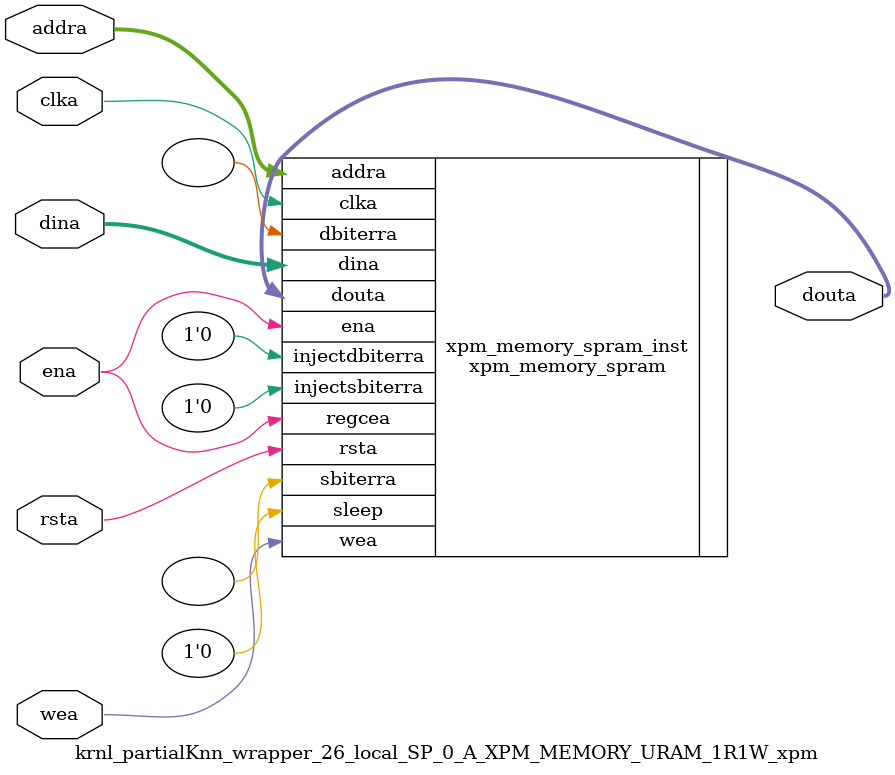
<source format=v>
`timescale 1 ns / 1 ps
module krnl_partialKnn_wrapper_26_local_SP_0_A_XPM_MEMORY_URAM_1R1W_xpm # (
  // Common module parameters
  parameter integer                 MEMORY_SIZE        = 524288,
  parameter                         MEMORY_PRIMITIVE   = "ultra",
  parameter                         ECC_MODE           = "no_ecc",
  parameter                         MEMORY_INIT_FILE   = "none",
  parameter                         WAKEUP_TIME        = "disable_sleep",
  parameter integer                 MESSAGE_CONTROL    = 0,
  // Port A module parameters
  parameter integer                 WRITE_DATA_WIDTH_A = 256,
  parameter integer                 READ_DATA_WIDTH_A  = WRITE_DATA_WIDTH_A,
  parameter integer                 BYTE_WRITE_WIDTH_A = WRITE_DATA_WIDTH_A,
  parameter integer                 ADDR_WIDTH_A       = 11,
  parameter                         READ_RESET_VALUE_A = "0",
  parameter integer                 READ_LATENCY_A     = 1,
  parameter                         WRITE_MODE_A       = "read_first"
) (
  // Port A module ports
  input  wire                                               clka,
  input  wire                                               rsta,
  input  wire                                               ena,
  input  wire [(WRITE_DATA_WIDTH_A/BYTE_WRITE_WIDTH_A)-1:0] wea,
  input  wire [ADDR_WIDTH_A-1:0]                            addra,
  input  wire [WRITE_DATA_WIDTH_A-1:0]                      dina,
  output wire [READ_DATA_WIDTH_A-1:0]                       douta
);
// Set parameter values and connect ports to instantiate an XPM_MEMORY single port RAM configuration
xpm_memory_spram # (
  // Common module parameters
  .MEMORY_SIZE        (MEMORY_SIZE),   //positive integer
  .MEMORY_PRIMITIVE   (MEMORY_PRIMITIVE),      //string; "auto", "distributed", "block" or "ultra";
  .ECC_MODE           (ECC_MODE),      //do not change
  .MEMORY_INIT_FILE   (MEMORY_INIT_FILE), //string; "none" or "<filename>.mem" 
  .MEMORY_INIT_PARAM  (""), //string;
  .WAKEUP_TIME        (WAKEUP_TIME),      //string; "disable_sleep" or "use_sleep_pin"
  .MESSAGE_CONTROL    (MESSAGE_CONTROL),      //do not change
  // Port A module parameters
  .WRITE_DATA_WIDTH_A (WRITE_DATA_WIDTH_A),     //positive integer
  .READ_DATA_WIDTH_A  (READ_DATA_WIDTH_A),     //positive integer
  .BYTE_WRITE_WIDTH_A (BYTE_WRITE_WIDTH_A),     //integer; 8, 9, or WRITE_DATA_WIDTH_A value
  .ADDR_WIDTH_A       (ADDR_WIDTH_A),      //positive integer
  .READ_RESET_VALUE_A (READ_RESET_VALUE_A),  //string
  .READ_LATENCY_A     (READ_LATENCY_A),      //non-negative integer
  .WRITE_MODE_A       (WRITE_MODE_A)       //string; "write_first", "read_first", "no_change"
) xpm_memory_spram_inst (
  // Common module ports
  .sleep          (1'b0),  //do not change
  // Port A module ports
  .clka           (clka),
  .rsta           (rsta),
  .ena            (ena),
  .regcea         (ena),
  .wea            (wea),
  .addra          (addra),
  .dina           (dina),
  .injectsbiterra (1'b0),  //do not change
  .injectdbiterra (1'b0),  //do not change
  .douta          (douta),
  .sbiterra       (),      //do not change
  .dbiterra       ()       //do not change
);
endmodule
</source>
